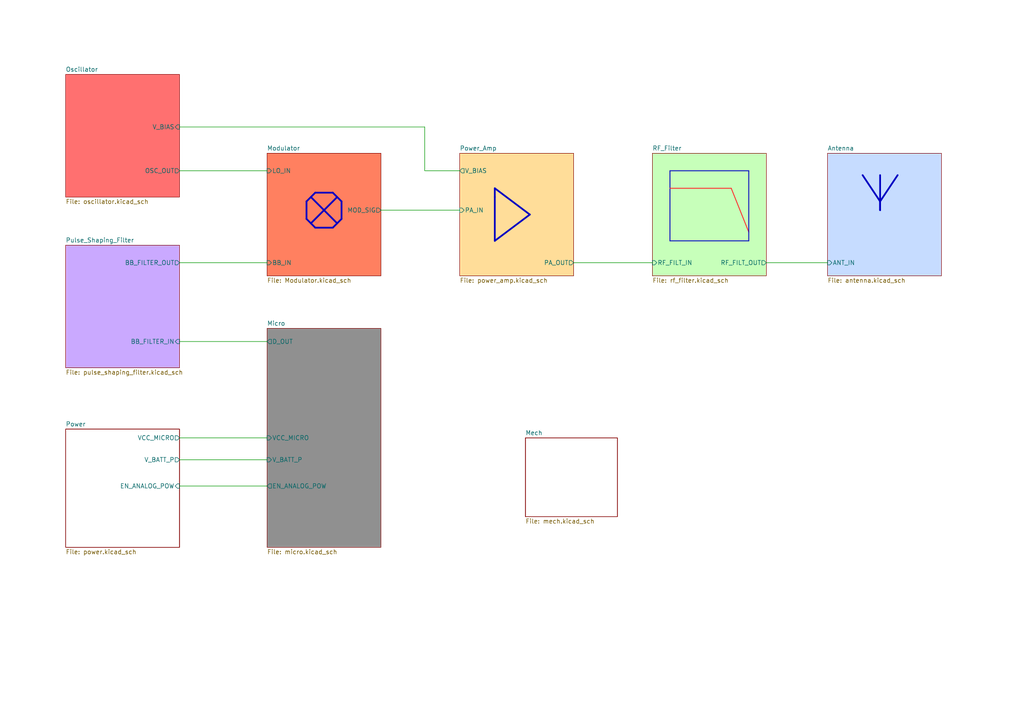
<source format=kicad_sch>
(kicad_sch (version 20211123) (generator eeschema)
  (paper "A4")
  (lib_symbols)
  (polyline (pts (xy 260.35 50.8) (xy 255.27 58.42)) (stroke (width 0.508) (type solid)))
  (polyline (pts (xy 143.51 57.15) (xy 143.51 69.85)) (stroke (width 0.508) (type solid)))
  (polyline (pts (xy 255.27 58.42) (xy 255.27 60.96)) (stroke (width 0.508) (type solid)))
  (polyline (pts (xy 91.44 55.88) (xy 96.52 55.88)) (stroke (width 0.508) (type solid)))
  (polyline (pts (xy 255.27 58.42) (xy 255.27 50.8)) (stroke (width 0.508) (type solid)))
  (wire (pts (xy 52.07 140.97) (xy 77.47 140.97)))
  (polyline (pts (xy 255.27 58.42) (xy 250.19 50.8)) (stroke (width 0.508) (type solid)))
  (polyline (pts (xy 194.31 69.85) (xy 217.17 69.85)) (stroke (width 0.254) (type solid)))
  (polyline (pts (xy 96.52 55.88) (xy 99.06 58.42)) (stroke (width 0.508) (type solid)))
  (polyline (pts (xy 143.51 69.85) (xy 153.67 62.23)) (stroke (width 0.508) (type solid)))
  (wire (pts (xy 123.19 49.53) (xy 123.19 36.83)))
  (polyline (pts (xy 91.44 66.04) (xy 88.9 63.5)) (stroke (width 0.508) (type solid)))
  (polyline (pts (xy 217.17 69.85) (xy 217.17 49.53)) (stroke (width 0.254) (type solid)))
  (polyline (pts (xy 99.06 58.42) (xy 99.06 63.5)) (stroke (width 0.508) (type solid)))
  (wire (pts (xy 222.25 76.2) (xy 240.03 76.2)))
  (polyline (pts (xy 88.9 58.42) (xy 91.44 55.88)) (stroke (width 0.508) (type solid)))
  (polyline (pts (xy 194.31 49.53) (xy 217.17 49.53)) (stroke (width 0.254) (type solid)))
  (polyline (pts (xy 194.31 49.53) (xy 194.31 69.85)) (stroke (width 0.254) (type solid)))
  (polyline (pts (xy 99.06 63.5) (xy 96.52 66.04)) (stroke (width 0.508) (type solid)))
  (polyline (pts (xy 153.67 62.23) (xy 143.51 54.61)) (stroke (width 0.508) (type solid)))
  (polyline (pts (xy 143.51 54.61) (xy 143.51 57.15)) (stroke (width 0.508) (type solid)))
  (polyline (pts (xy 90.17 57.15) (xy 97.79 64.77)) (stroke (width 0.508) (type solid)))
  (wire (pts (xy 123.19 36.83) (xy 52.07 36.83)))
  (wire (pts (xy 166.37 76.2) (xy 189.23 76.2)))
  (polyline (pts (xy 90.17 64.77) (xy 97.79 57.15)) (stroke (width 0.508) (type solid)))
  (wire (pts (xy 110.49 60.96) (xy 133.35 60.96)))
  (polyline (pts (xy 96.52 66.04) (xy 91.44 66.04)) (stroke (width 0.508) (type solid)))
  (wire (pts (xy 52.07 49.53) (xy 77.47 49.53)))
  (polyline (pts (xy 194.31 54.61) (xy 212.09 54.61)) (stroke (width 0.254) (type solid) (color 255 42 44 1)))
  (wire (pts (xy 52.07 99.06) (xy 77.47 99.06)))
  (wire (pts (xy 52.07 133.35) (xy 77.47 133.35)))
  (wire (pts (xy 133.35 49.53) (xy 123.19 49.53)))
  (polyline (pts (xy 212.09 54.61) (xy 217.17 67.31)) (stroke (width 0.254) (type solid) (color 255 42 44 1)))
  (wire (pts (xy 52.07 127) (xy 77.47 127)))
  (polyline (pts (xy 88.9 63.5) (xy 88.9 58.42)) (stroke (width 0.508) (type solid)))
  (polyline (pts (xy 255.27 58.42) (xy 255.27 60.96)) (stroke (width 0.508) (type solid)))
  (wire (pts (xy 52.07 76.2) (xy 77.47 76.2)))
  (sheet (at 152.4 127) (size 26.67 22.86) (stroke (width 0.1524))
    (property "Sheet name" "Mech" (at 152.4 126.2884 0) (effects (justify left bottom)))
    (property "Sheet file" "mech.kicad_sch" (at 152.4 150.4446 0) (effects (justify left top)))
  )
  (sheet (at 133.35 44.45) (size 33.02 35.56) (stroke (width 0.1524)) (fill (color 255 221 153 1.0000))
    (property "Sheet name" "Power_Amp" (at 133.35 43.7384 0) (effects (justify left bottom)))
    (property "Sheet file" "power_amp.kicad_sch" (at 133.35 80.5946 0) (effects (justify left top)))
    (pin "PA_IN" input (at 133.35 60.96 180))
    (pin "PA_OUT" output (at 166.37 76.2 0))
    (pin "V_BIAS" output (at 133.35 49.53 180))
  )
  (sheet (at 19.05 124.46) (size 33.02 34.29) (stroke (width 0.1524))
    (property "Sheet name" "Power" (at 19.05 123.7484 0) (effects (justify left bottom)))
    (property "Sheet file" "power.kicad_sch" (at 19.05 159.3346 0) (effects (justify left top)))
    (pin "EN_ANALOG_POW" input (at 52.07 140.97 0))
    (pin "VCC_MICRO" output (at 52.07 127 0))
    (pin "V_BATT_P" output (at 52.07 133.35 0))
  )
  (sheet (at 189.23 44.45) (size 33.02 35.56) (stroke (width 0.1524)) (fill (color 199 255 186 1.0000))
    (property "Sheet name" "RF_Filter" (at 189.23 43.7384 0) (effects (justify left bottom)))
    (property "Sheet file" "rf_filter.kicad_sch" (at 189.23 80.5946 0) (effects (justify left top)))
    (pin "RF_FILT_OUT" output (at 222.25 76.2 0))
    (pin "RF_FILT_IN" input (at 189.23 76.2 180))
  )
  (sheet (at 77.47 44.45) (size 33.02 35.56) (stroke (width 0.1524)) (fill (color 255 128 96 1.0000))
    (property "Sheet name" "Modulator" (at 77.47 43.7384 0) (effects (justify left bottom)))
    (property "Sheet file" "Modulator.kicad_sch" (at 77.47 80.5946 0) (effects (justify left top)))
    (pin "LO_IN" input (at 77.47 49.53 180))
    (pin "BB_IN" input (at 77.47 76.2 180))
    (pin "MOD_SIG" output (at 110.49 60.96 0))
  )
  (sheet (at 240.03 44.45) (size 33.02 35.56) (stroke (width 0.1524)) (fill (color 198 220 255 1.0000))
    (property "Sheet name" "Antenna" (at 240.03 43.7384 0) (effects (justify left bottom)))
    (property "Sheet file" "antenna.kicad_sch" (at 240.03 80.5946 0) (effects (justify left top)))
    (pin "ANT_IN" input (at 240.03 76.2 180))
  )
  (sheet (at 77.47 95.25) (size 33.02 63.5) (stroke (width 0.1524)) (fill (color 144 144 144 1.0000))
    (property "Sheet name" "Micro" (at 77.47 94.5384 0) (effects (justify left bottom)))
    (property "Sheet file" "micro.kicad_sch" (at 77.47 159.3346 0) (effects (justify left top)))
    (pin "D_OUT" output (at 77.47 99.06 180))
    (pin "VCC_MICRO" input (at 77.47 127 180))
    (pin "EN_ANALOG_POW" output (at 77.47 140.97 180))
    (pin "V_BATT_P" input (at 77.47 133.35 180))
  )
  (sheet (at 19.05 21.59) (size 33.02 35.56) (stroke (width 0.1524)) (fill (color 255 112 112 1.0000))
    (property "Sheet name" "Oscillator" (at 19.05 20.8784 0) (effects (justify left bottom)))
    (property "Sheet file" "oscillator.kicad_sch" (at 19.05 57.7346 0) (effects (justify left top)))
    (pin "OSC_OUT" output (at 52.07 49.53 0))
    (pin "V_BIAS" input (at 52.07 36.83 0))
  )
  (sheet (at 19.05 71.12) (size 33.02 35.56) (stroke (width 0.1524)) (fill (color 202 169 255 1.0000))
    (property "Sheet name" "Pulse_Shaping_Filter" (at 19.05 70.4084 0) (effects (justify left bottom)))
    (property "Sheet file" "pulse_shaping_filter.kicad_sch" (at 19.05 107.2646 0) (effects (justify left top)))
    (pin "BB_FILTER_OUT" output (at 52.07 76.2 0))
    (pin "BB_FILTER_IN" input (at 52.07 99.06 0))
  )
)
</source>
